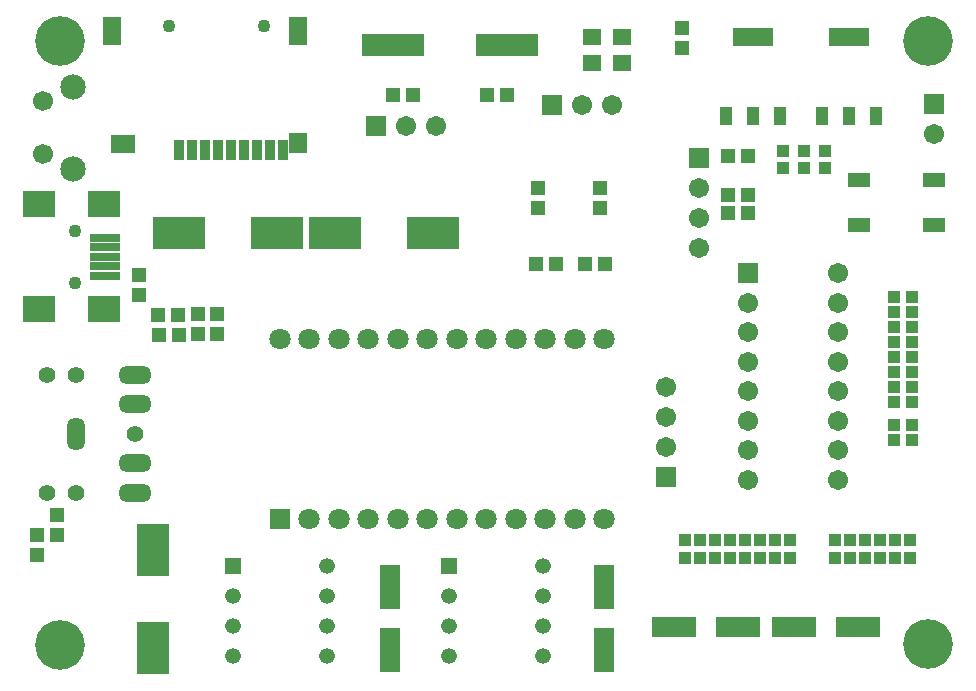
<source format=gts>
G04 Layer_Color=8388736*
%FSLAX44Y44*%
%MOMM*%
G71*
G01*
G75*
%ADD57R,1.6032X2.4032*%
%ADD58R,2.0032X1.6032*%
%ADD59R,1.6032X1.8032*%
%ADD60R,0.9032X1.8032*%
%ADD61R,2.7032X2.2032*%
%ADD62R,2.5032X0.7032*%
%ADD63R,1.2032X1.3032*%
%ADD64R,1.3032X1.2032*%
%ADD65R,4.5032X2.7032*%
%ADD66R,1.0032X1.0032*%
%ADD67R,1.0032X1.0032*%
%ADD68R,5.2832X1.9812*%
%ADD69R,3.4432X1.5132*%
%ADD70R,1.1332X1.5132*%
%ADD71R,1.6032X1.4032*%
%ADD72R,2.7032X4.5032*%
%ADD73R,1.8032X3.7032*%
%ADD74R,3.7032X1.8032*%
%ADD75R,1.9032X1.2032*%
%ADD76C,2.1532*%
%ADD77C,1.7012*%
%ADD78R,1.7032X1.7032*%
%ADD79C,1.7032*%
%ADD80C,1.1032*%
%ADD81C,1.4032*%
%ADD82O,2.8192X1.5112*%
%ADD83O,1.5112X2.8192*%
%ADD84C,1.8032*%
%ADD85R,1.8032X1.8032*%
%ADD86R,1.7032X1.7032*%
%ADD87C,4.2032*%
%ADD88C,1.3332*%
%ADD89R,1.3332X1.3332*%
%ADD90C,1.0032*%
D57*
X360920Y624280D02*
D03*
X517920D02*
D03*
D58*
X369920Y528280D02*
D03*
D59*
X517920Y529280D02*
D03*
D60*
X504920Y523280D02*
D03*
X493920D02*
D03*
X482920D02*
D03*
X471920D02*
D03*
X460920D02*
D03*
X449920D02*
D03*
X438920D02*
D03*
X427920D02*
D03*
X416920D02*
D03*
D61*
X353930Y477570D02*
D03*
X298930D02*
D03*
X353930Y388570D02*
D03*
X298930D02*
D03*
D62*
X354930Y417070D02*
D03*
Y425070D02*
D03*
Y433070D02*
D03*
Y441070D02*
D03*
Y449070D02*
D03*
D63*
X383540Y417440D02*
D03*
Y400440D02*
D03*
X843280Y609990D02*
D03*
Y626990D02*
D03*
X297180Y197730D02*
D03*
Y180730D02*
D03*
X313690Y197240D02*
D03*
Y214240D02*
D03*
X433070Y384420D02*
D03*
Y367420D02*
D03*
X449580Y384420D02*
D03*
Y367420D02*
D03*
X721360Y491100D02*
D03*
Y474100D02*
D03*
X773430D02*
D03*
Y491100D02*
D03*
D64*
X898770Y518160D02*
D03*
X881770D02*
D03*
Y485140D02*
D03*
X898770D02*
D03*
Y469900D02*
D03*
X881770D02*
D03*
X694690Y570230D02*
D03*
X677690D02*
D03*
X598170D02*
D03*
X615170D02*
D03*
X417440Y367030D02*
D03*
X400440D02*
D03*
X399170Y383540D02*
D03*
X416170D02*
D03*
X736210Y426720D02*
D03*
X719210D02*
D03*
X778120D02*
D03*
X761120D02*
D03*
D65*
X549050Y453390D02*
D03*
X632050D02*
D03*
X499970D02*
D03*
X416970D02*
D03*
D66*
X1037470Y290830D02*
D03*
X1022470D02*
D03*
X1037470Y278130D02*
D03*
X1022470D02*
D03*
X1037470Y322580D02*
D03*
X1022470D02*
D03*
X1037470Y309880D02*
D03*
X1022470D02*
D03*
X1037470Y347980D02*
D03*
X1022470D02*
D03*
X1037470Y360680D02*
D03*
X1022470D02*
D03*
X1037470Y373380D02*
D03*
X1022470D02*
D03*
X1037470Y386080D02*
D03*
X1022470D02*
D03*
X1037470Y398780D02*
D03*
X1022470D02*
D03*
X1037470Y335280D02*
D03*
X1022470D02*
D03*
D67*
X1036320Y178040D02*
D03*
Y193040D02*
D03*
X1023620Y178040D02*
D03*
Y193040D02*
D03*
X1010920Y178040D02*
D03*
Y193040D02*
D03*
X998220Y178040D02*
D03*
Y193040D02*
D03*
X972820Y178040D02*
D03*
Y193040D02*
D03*
X985520Y178040D02*
D03*
Y193040D02*
D03*
X934720Y178040D02*
D03*
Y193040D02*
D03*
X922020Y178040D02*
D03*
Y193040D02*
D03*
X909320Y178040D02*
D03*
Y193040D02*
D03*
X896620Y178040D02*
D03*
Y193040D02*
D03*
X883920Y178040D02*
D03*
Y193040D02*
D03*
X871220Y178040D02*
D03*
Y193040D02*
D03*
X845820Y178040D02*
D03*
Y193040D02*
D03*
X858520Y178040D02*
D03*
Y193040D02*
D03*
X946150Y508120D02*
D03*
Y523120D02*
D03*
X963930Y508120D02*
D03*
Y523120D02*
D03*
X928370Y508120D02*
D03*
Y523120D02*
D03*
D68*
X598170Y612140D02*
D03*
X694690D02*
D03*
D69*
X902970Y618920D02*
D03*
X984250D02*
D03*
D70*
X925870Y552020D02*
D03*
X902970D02*
D03*
X880070D02*
D03*
X961350D02*
D03*
X984250D02*
D03*
X1007150D02*
D03*
D71*
X767080Y597330D02*
D03*
X792480D02*
D03*
Y619330D02*
D03*
X767080D02*
D03*
D72*
X394970Y102010D02*
D03*
Y185010D02*
D03*
D73*
X595630Y100000D02*
D03*
Y154000D02*
D03*
X777240Y154000D02*
D03*
Y100000D02*
D03*
D74*
X890600Y119380D02*
D03*
X836600D02*
D03*
X992200D02*
D03*
X938200D02*
D03*
D75*
X993390Y497790D02*
D03*
Y459790D02*
D03*
X1056390Y497790D02*
D03*
Y459790D02*
D03*
D76*
X327160Y507240D02*
D03*
Y577340D02*
D03*
D77*
X302260Y519790D02*
D03*
Y564790D02*
D03*
D78*
X732790Y561340D02*
D03*
X584200Y543560D02*
D03*
X899160Y419240D02*
D03*
D79*
X758190Y561340D02*
D03*
X783590D02*
D03*
X829310Y322580D02*
D03*
Y297180D02*
D03*
Y271780D02*
D03*
X609600Y543560D02*
D03*
X635000D02*
D03*
X899160Y394240D02*
D03*
Y369240D02*
D03*
Y344240D02*
D03*
Y319240D02*
D03*
Y294240D02*
D03*
Y269240D02*
D03*
Y244240D02*
D03*
X975160Y419240D02*
D03*
Y394240D02*
D03*
Y369240D02*
D03*
Y344240D02*
D03*
Y319240D02*
D03*
Y294240D02*
D03*
Y269240D02*
D03*
Y244240D02*
D03*
X857250Y440690D02*
D03*
Y466090D02*
D03*
Y491490D02*
D03*
X1056640Y537210D02*
D03*
D80*
X408920Y628280D02*
D03*
X488920D02*
D03*
X328930Y411070D02*
D03*
Y455070D02*
D03*
D81*
X330200Y233210D02*
D03*
X305200D02*
D03*
X380200Y283210D02*
D03*
X330200Y333210D02*
D03*
X305200D02*
D03*
D82*
X380200D02*
D03*
Y308210D02*
D03*
Y258210D02*
D03*
Y233210D02*
D03*
D83*
X330200Y283210D02*
D03*
D84*
X777380Y363220D02*
D03*
X752380D02*
D03*
X727380D02*
D03*
X702380D02*
D03*
X677380D02*
D03*
X652380D02*
D03*
X627380D02*
D03*
X602380D02*
D03*
X577380D02*
D03*
X552380D02*
D03*
X527380D02*
D03*
X502380D02*
D03*
X777380Y211220D02*
D03*
X752380D02*
D03*
X727380D02*
D03*
X702380D02*
D03*
X677380D02*
D03*
X652380D02*
D03*
X627380D02*
D03*
X602380D02*
D03*
X577380D02*
D03*
X552380D02*
D03*
X527380D02*
D03*
D85*
X502380D02*
D03*
D86*
X829310Y246380D02*
D03*
X857250Y516890D02*
D03*
X1056640Y562610D02*
D03*
D87*
X1051560Y105410D02*
D03*
X316230Y104140D02*
D03*
X1051560Y615950D02*
D03*
X316230D02*
D03*
D88*
X542620Y171450D02*
D03*
Y146050D02*
D03*
Y120650D02*
D03*
Y95250D02*
D03*
X463220D02*
D03*
Y120650D02*
D03*
Y146050D02*
D03*
X725500Y171450D02*
D03*
Y146050D02*
D03*
Y120650D02*
D03*
Y95250D02*
D03*
X646100D02*
D03*
Y120650D02*
D03*
Y146050D02*
D03*
D89*
X463220Y171450D02*
D03*
X646100D02*
D03*
D90*
X1036320Y177800D02*
D03*
X1023620D02*
D03*
X1010920D02*
D03*
X998220D02*
D03*
X985520D02*
D03*
X972820D02*
D03*
X845820D02*
D03*
X858520D02*
D03*
X871220D02*
D03*
X883920D02*
D03*
X896620D02*
D03*
X909320D02*
D03*
X922020D02*
D03*
X934720D02*
D03*
X1037590Y278130D02*
D03*
Y290830D02*
D03*
Y309880D02*
D03*
Y322580D02*
D03*
Y335280D02*
D03*
Y347980D02*
D03*
Y360680D02*
D03*
Y373380D02*
D03*
Y386080D02*
D03*
Y398780D02*
D03*
M02*

</source>
